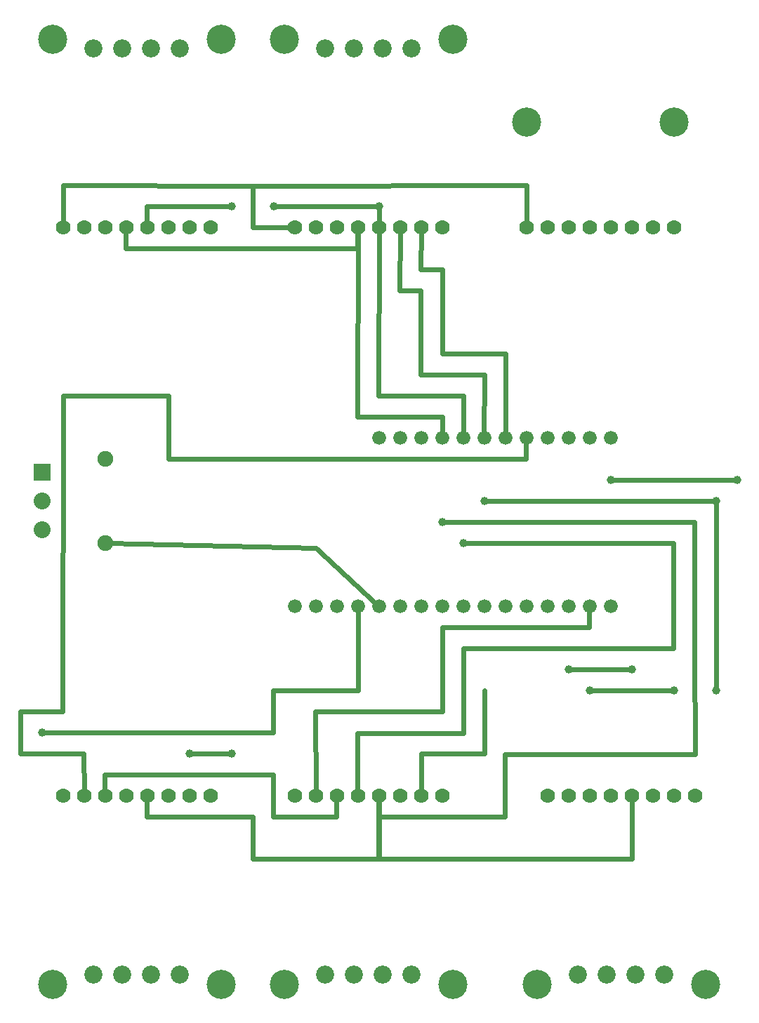
<source format=gtl>
G04 MADE WITH FRITZING*
G04 WWW.FRITZING.ORG*
G04 DOUBLE SIDED*
G04 HOLES PLATED*
G04 CONTOUR ON CENTER OF CONTOUR VECTOR*
%ASAXBY*%
%FSLAX23Y23*%
%MOIN*%
%OFA0B0*%
%SFA1.0B1.0*%
%ADD10C,0.066000*%
%ADD11C,0.039370*%
%ADD12C,0.075000*%
%ADD13C,0.086000*%
%ADD14C,0.138425*%
%ADD15C,0.070000*%
%ADD16C,0.080000*%
%ADD17R,0.080000X0.080000*%
%ADD18C,0.024000*%
%LNCOPPER1*%
G90*
G70*
G54D10*
X2864Y1911D03*
X2764Y1911D03*
X2664Y1911D03*
X2564Y1911D03*
X2464Y1911D03*
X2364Y1911D03*
X2264Y1911D03*
X2164Y1911D03*
X2064Y1911D03*
X1964Y1911D03*
X1864Y1911D03*
X1764Y1911D03*
X1664Y1911D03*
X1564Y1911D03*
X1464Y1911D03*
X1364Y1911D03*
X1764Y2711D03*
X1864Y2711D03*
X1964Y2711D03*
X2064Y2711D03*
X2164Y2711D03*
X2264Y2711D03*
X2364Y2711D03*
X2464Y2711D03*
X2564Y2711D03*
X2664Y2711D03*
X2764Y2711D03*
X2864Y2711D03*
G54D11*
X3464Y2511D03*
X3364Y1511D03*
X3364Y2411D03*
X2264Y2411D03*
X3164Y1511D03*
X2764Y1511D03*
X2964Y1611D03*
X2664Y1611D03*
X2864Y2511D03*
X1764Y3811D03*
X1264Y3811D03*
X164Y1311D03*
X2164Y2211D03*
X864Y1211D03*
X1064Y1211D03*
X2064Y2311D03*
G54D12*
X464Y2211D03*
X464Y2611D03*
G54D11*
X1064Y3811D03*
G54D13*
X1919Y161D03*
G54D14*
X2114Y116D03*
G54D13*
X1644Y161D03*
G54D15*
X2064Y1011D03*
X1964Y1011D03*
G54D14*
X1314Y116D03*
G54D15*
X1864Y1011D03*
X1764Y1011D03*
X1664Y1011D03*
X1564Y1011D03*
X1464Y1011D03*
X1364Y1011D03*
G54D13*
X1507Y161D03*
X1782Y161D03*
G54D15*
X2964Y3711D03*
G54D14*
X2464Y4211D03*
G54D15*
X2564Y3711D03*
X2764Y3711D03*
X3164Y3711D03*
X2464Y3711D03*
X2664Y3711D03*
X2864Y3711D03*
X3064Y3711D03*
G54D14*
X3164Y4211D03*
G54D13*
X408Y4561D03*
G54D14*
X214Y4606D03*
G54D13*
X683Y4561D03*
G54D15*
X264Y3711D03*
X364Y3711D03*
G54D14*
X1014Y4606D03*
G54D15*
X464Y3711D03*
X564Y3711D03*
X664Y3711D03*
X764Y3711D03*
X864Y3711D03*
X964Y3711D03*
G54D13*
X820Y4561D03*
X545Y4561D03*
X819Y161D03*
G54D14*
X1014Y116D03*
G54D13*
X544Y161D03*
G54D15*
X964Y1011D03*
X864Y1011D03*
G54D14*
X214Y116D03*
G54D15*
X764Y1011D03*
X664Y1011D03*
X564Y1011D03*
X464Y1011D03*
X364Y1011D03*
X264Y1011D03*
G54D13*
X407Y161D03*
X682Y161D03*
G54D16*
X164Y2549D03*
X164Y2411D03*
X164Y2273D03*
X164Y2549D03*
X164Y2411D03*
X164Y2273D03*
G54D13*
X3119Y161D03*
G54D14*
X3314Y116D03*
G54D13*
X2844Y161D03*
G54D15*
X3264Y1011D03*
X3164Y1011D03*
G54D14*
X2514Y116D03*
G54D15*
X3064Y1011D03*
X2964Y1011D03*
X2864Y1011D03*
X2764Y1011D03*
X2664Y1011D03*
X2564Y1011D03*
G54D13*
X2707Y161D03*
X2982Y161D03*
X1508Y4561D03*
G54D14*
X1314Y4606D03*
G54D13*
X1783Y4561D03*
G54D15*
X1364Y3711D03*
X1464Y3711D03*
G54D14*
X2114Y4606D03*
G54D15*
X1564Y3711D03*
X1664Y3711D03*
X1764Y3711D03*
X1864Y3711D03*
X1964Y3711D03*
X2064Y3711D03*
G54D13*
X1920Y4561D03*
X1645Y4561D03*
G54D17*
X164Y2549D03*
X164Y2549D03*
G54D18*
X2863Y2512D02*
X2860Y2518D01*
D02*
X2671Y1611D02*
X2956Y1611D01*
D02*
X3364Y2403D02*
X3364Y1519D01*
D02*
X2271Y2411D02*
X3356Y2411D01*
D02*
X3156Y1511D02*
X2771Y1511D01*
D02*
X3163Y2212D02*
X2171Y2211D01*
D02*
X263Y1411D02*
X63Y1411D01*
D02*
X63Y1411D02*
X63Y1211D01*
D02*
X2364Y3110D02*
X2264Y3110D01*
D02*
X2264Y3110D02*
X2064Y3110D01*
D02*
X764Y2611D02*
X764Y2910D01*
D02*
X764Y2910D02*
X265Y2910D01*
D02*
X63Y1211D02*
X363Y1210D01*
D02*
X363Y1210D02*
X364Y1030D01*
D02*
X1164Y911D02*
X1165Y711D01*
D02*
X1963Y3411D02*
X1963Y3010D01*
D02*
X2263Y2710D02*
X2253Y2694D01*
D02*
X1864Y3691D02*
X1863Y3411D01*
D02*
X1963Y3010D02*
X2264Y3010D01*
D02*
X2264Y3010D02*
X2263Y2710D01*
D02*
X1863Y3411D02*
X1963Y3411D01*
D02*
X1465Y2189D02*
X1749Y1924D01*
D02*
X481Y2210D02*
X1465Y2189D01*
D02*
X462Y1112D02*
X1263Y1112D01*
D02*
X463Y1030D02*
X462Y1112D01*
D02*
X2164Y2730D02*
X2164Y2910D01*
D02*
X1763Y2910D02*
X1764Y3691D01*
D02*
X2164Y2910D02*
X1763Y2910D01*
D02*
X2165Y1309D02*
X2165Y1711D01*
D02*
X1663Y1309D02*
X2165Y1309D01*
D02*
X1663Y1030D02*
X1663Y1309D01*
D02*
X1562Y910D02*
X1563Y991D01*
D02*
X1263Y910D02*
X1562Y910D01*
D02*
X1263Y1112D02*
X1263Y910D01*
D02*
X563Y3691D02*
X562Y3611D01*
D02*
X1663Y2810D02*
X1664Y3691D01*
D02*
X562Y3611D02*
X1663Y3611D01*
D02*
X2064Y2730D02*
X2064Y2810D01*
D02*
X2064Y2810D02*
X1663Y2810D01*
D02*
X3163Y1911D02*
X3163Y2212D01*
D02*
X3163Y1812D02*
X3163Y1911D01*
D02*
X3163Y1710D02*
X3163Y1812D01*
D02*
X2165Y1711D02*
X3163Y1710D01*
D02*
X871Y1211D02*
X1056Y1211D01*
D02*
X3265Y1209D02*
X3263Y1711D01*
D02*
X2363Y1209D02*
X3265Y1209D01*
D02*
X1663Y3611D02*
X1663Y3711D01*
D02*
X1663Y3711D02*
X1646Y3720D01*
D02*
X3262Y2311D02*
X2071Y2311D01*
D02*
X3263Y1711D02*
X3262Y2311D01*
D02*
X2363Y911D02*
X2363Y1209D01*
D02*
X1764Y910D02*
X2363Y911D01*
D02*
X1764Y1011D02*
X1764Y910D01*
D02*
X1783Y1006D02*
X1764Y1011D01*
D02*
X171Y1311D02*
X1263Y1311D01*
D02*
X2064Y3511D02*
X1963Y3511D01*
D02*
X1665Y1510D02*
X1665Y1610D01*
D02*
X1665Y1610D02*
X1664Y1891D01*
D02*
X1263Y1510D02*
X1665Y1510D01*
D02*
X1263Y1311D02*
X1263Y1510D01*
D02*
X2364Y2730D02*
X2364Y3110D01*
D02*
X1963Y3511D02*
X1964Y3691D01*
D02*
X2064Y3110D02*
X2064Y3511D01*
D02*
X1164Y3712D02*
X1344Y3711D01*
D02*
X1164Y3909D02*
X1164Y3712D01*
D02*
X2464Y3911D02*
X1164Y3909D01*
D02*
X1164Y3909D02*
X265Y3911D01*
D02*
X265Y3911D02*
X264Y3730D01*
D02*
X1344Y3711D02*
X1164Y3712D01*
D02*
X1164Y3712D02*
X1164Y3909D01*
D02*
X2464Y3730D02*
X2464Y3911D01*
D02*
X1056Y3811D02*
X663Y3811D01*
D02*
X663Y3811D02*
X663Y3730D01*
D02*
X1271Y3811D02*
X1756Y3811D01*
D02*
X1764Y3803D02*
X1764Y3730D01*
D02*
X1762Y710D02*
X1763Y991D01*
D02*
X2964Y991D02*
X2965Y710D01*
D02*
X2965Y710D02*
X1762Y710D01*
D02*
X2064Y1811D02*
X2264Y1811D01*
D02*
X2064Y1410D02*
X2064Y1811D01*
D02*
X1463Y1410D02*
X2064Y1410D01*
D02*
X2763Y1811D02*
X2763Y1891D01*
D02*
X2264Y1811D02*
X2763Y1811D01*
D02*
X1464Y1030D02*
X1463Y1410D01*
D02*
X265Y2910D02*
X263Y1411D01*
D02*
X2462Y2610D02*
X764Y2611D01*
D02*
X2463Y2691D02*
X2462Y2610D01*
D02*
X1663Y711D02*
X1765Y711D01*
D02*
X1165Y711D02*
X1663Y711D01*
D02*
X662Y911D02*
X1164Y911D01*
D02*
X663Y991D02*
X662Y911D01*
D02*
X2264Y1210D02*
X2264Y1511D01*
D02*
X1965Y1210D02*
X2264Y1210D01*
D02*
X1765Y1010D02*
X1780Y999D01*
D02*
X1765Y711D02*
X1765Y1010D01*
D02*
X1964Y1030D02*
X1965Y1210D01*
D02*
X3456Y2511D02*
X2863Y2512D01*
G04 End of Copper1*
M02*
</source>
